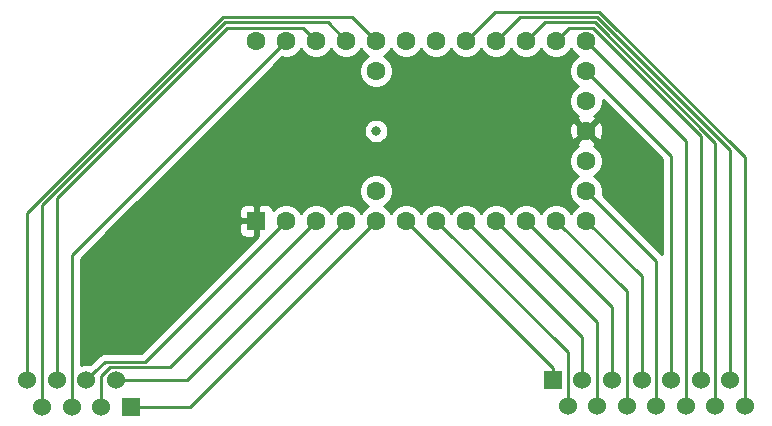
<source format=gbr>
G04 #@! TF.GenerationSoftware,KiCad,Pcbnew,(5.1.5-0-10_14)*
G04 #@! TF.CreationDate,2020-05-11T22:22:16+08:00*
G04 #@! TF.ProjectId,HHKB Lite 2,48484b42-204c-4697-9465-20322e6b6963,rev?*
G04 #@! TF.SameCoordinates,Original*
G04 #@! TF.FileFunction,Copper,L1,Top*
G04 #@! TF.FilePolarity,Positive*
%FSLAX46Y46*%
G04 Gerber Fmt 4.6, Leading zero omitted, Abs format (unit mm)*
G04 Created by KiCad (PCBNEW (5.1.5-0-10_14)) date 2020-05-11 22:22:16*
%MOMM*%
%LPD*%
G04 APERTURE LIST*
%ADD10C,1.524000*%
%ADD11R,1.524000X1.524000*%
%ADD12C,1.600000*%
%ADD13R,1.600000X1.600000*%
%ADD14C,0.800000*%
%ADD15C,0.250000*%
%ADD16C,0.254000*%
G04 APERTURE END LIST*
D10*
X125412000Y-73188000D03*
X126662000Y-75438000D03*
X127912000Y-73188000D03*
X129162000Y-75438000D03*
X130412000Y-73188000D03*
X131662000Y-75438000D03*
X132912000Y-73188000D03*
D11*
X134162000Y-75438000D03*
D10*
X186160000Y-75402000D03*
X184910000Y-73152000D03*
X183660000Y-75402000D03*
X182410000Y-73152000D03*
X181160000Y-75402000D03*
X179910000Y-73152000D03*
X178660000Y-75402000D03*
X177410000Y-73152000D03*
X176160000Y-75402000D03*
X174910000Y-73152000D03*
X173660000Y-75402000D03*
X172410000Y-73152000D03*
X171160000Y-75402000D03*
D11*
X169910000Y-73152000D03*
D12*
X154940000Y-46990000D03*
X154940000Y-57150000D03*
X144780000Y-44450000D03*
X147320000Y-44450000D03*
X149860000Y-44450000D03*
X152400000Y-44450000D03*
X154940000Y-44450000D03*
X157480000Y-44450000D03*
X160020000Y-44450000D03*
X162560000Y-44450000D03*
X165100000Y-44450000D03*
X167640000Y-44450000D03*
X170180000Y-44450000D03*
X172720000Y-44450000D03*
X172720000Y-46990000D03*
X172720000Y-49530000D03*
X172720000Y-54610000D03*
X172720000Y-57150000D03*
X172720000Y-59690000D03*
X170180000Y-59690000D03*
X167640000Y-59690000D03*
X165100000Y-59690000D03*
X162560000Y-59690000D03*
X160020000Y-59690000D03*
X157480000Y-59690000D03*
X154940000Y-59690000D03*
X152400000Y-59690000D03*
X149860000Y-59690000D03*
X147320000Y-59690000D03*
D13*
X144780000Y-59690000D03*
D12*
X172720000Y-52070000D03*
D14*
X154940000Y-52070000D03*
D15*
X186160000Y-74324370D02*
X186160000Y-75402000D01*
X186160000Y-54315768D02*
X186160000Y-74324370D01*
X173819204Y-41974972D02*
X186160000Y-54315768D01*
X165035028Y-41974972D02*
X173819204Y-41974972D01*
X162560000Y-44450000D02*
X165035028Y-41974972D01*
X184910000Y-72074370D02*
X184910000Y-73152000D01*
X173632803Y-42424981D02*
X184910000Y-53702178D01*
X167125019Y-42424981D02*
X173632803Y-42424981D01*
X184910000Y-53702178D02*
X184910000Y-72074370D01*
X165100000Y-44450000D02*
X167125019Y-42424981D01*
X183660000Y-74324370D02*
X183660000Y-75402000D01*
X183660000Y-53088588D02*
X183660000Y-74324370D01*
X173446402Y-42874990D02*
X183660000Y-53088588D01*
X169215010Y-42874990D02*
X173446402Y-42874990D01*
X167640000Y-44450000D02*
X169215010Y-42874990D01*
X170979999Y-43650001D02*
X170180000Y-44450000D01*
X173260001Y-43324999D02*
X171305001Y-43324999D01*
X182410000Y-52474998D02*
X173260001Y-43324999D01*
X171305001Y-43324999D02*
X170979999Y-43650001D01*
X182410000Y-73152000D02*
X182410000Y-52474998D01*
X181160000Y-52890000D02*
X181160000Y-75402000D01*
X172720000Y-44450000D02*
X181160000Y-52890000D01*
X179910000Y-54180000D02*
X172720000Y-46990000D01*
X179910000Y-73152000D02*
X179910000Y-54180000D01*
X178660000Y-63090000D02*
X178660000Y-75402000D01*
X172720000Y-57150000D02*
X178660000Y-63090000D01*
X177410000Y-64380000D02*
X177410000Y-73152000D01*
X172720000Y-59690000D02*
X177410000Y-64380000D01*
X176160000Y-65670000D02*
X176160000Y-75402000D01*
X170180000Y-59690000D02*
X176160000Y-65670000D01*
X174910000Y-66960000D02*
X174910000Y-73152000D01*
X167640000Y-59690000D02*
X174910000Y-66960000D01*
X173660000Y-68250000D02*
X173660000Y-75402000D01*
X165100000Y-59690000D02*
X173660000Y-68250000D01*
X172410000Y-69540000D02*
X172410000Y-73152000D01*
X162560000Y-59690000D02*
X172410000Y-69540000D01*
X171160000Y-74324370D02*
X171160000Y-75402000D01*
X171160000Y-70830000D02*
X171160000Y-74324370D01*
X160020000Y-59690000D02*
X171160000Y-70830000D01*
X169910000Y-72120000D02*
X169910000Y-73152000D01*
X157480000Y-59690000D02*
X169910000Y-72120000D01*
X125412000Y-72110370D02*
X125412000Y-73188000D01*
X141976199Y-42424981D02*
X125412000Y-58989180D01*
X152914981Y-42424981D02*
X141976199Y-42424981D01*
X125412000Y-58989180D02*
X125412000Y-72110370D01*
X154940000Y-44450000D02*
X152914981Y-42424981D01*
X142162600Y-42874990D02*
X126662000Y-58375590D01*
X126662000Y-74360370D02*
X126662000Y-75438000D01*
X126662000Y-58375590D02*
X126662000Y-74360370D01*
X150824990Y-42874990D02*
X142162600Y-42874990D01*
X152400000Y-44450000D02*
X150824990Y-42874990D01*
X127912000Y-72110370D02*
X127912000Y-73188000D01*
X127912000Y-57762000D02*
X127912000Y-72110370D01*
X142349001Y-43324999D02*
X127912000Y-57762000D01*
X148734999Y-43324999D02*
X142349001Y-43324999D01*
X149860000Y-44450000D02*
X148734999Y-43324999D01*
X129162000Y-74360370D02*
X129162000Y-75438000D01*
X129162000Y-62608000D02*
X129162000Y-74360370D01*
X147320000Y-44450000D02*
X129162000Y-62608000D01*
X131173999Y-72426001D02*
X130412000Y-73188000D01*
X131949010Y-71650990D02*
X131173999Y-72426001D01*
X135359010Y-71650990D02*
X131949010Y-71650990D01*
X147320000Y-59690000D02*
X135359010Y-71650990D01*
X131662000Y-74360370D02*
X131662000Y-75438000D01*
X132390239Y-72100999D02*
X131662000Y-72829238D01*
X131662000Y-72829238D02*
X131662000Y-74360370D01*
X137449001Y-72100999D02*
X132390239Y-72100999D01*
X149860000Y-59690000D02*
X137449001Y-72100999D01*
X138902000Y-73188000D02*
X132912000Y-73188000D01*
X152400000Y-59690000D02*
X138902000Y-73188000D01*
X135174000Y-75438000D02*
X134162000Y-75438000D01*
X139192000Y-75438000D02*
X135174000Y-75438000D01*
X154940000Y-59690000D02*
X139192000Y-75438000D01*
D16*
G36*
X171605363Y-45364759D02*
G01*
X171805241Y-45564637D01*
X172037759Y-45720000D01*
X171805241Y-45875363D01*
X171605363Y-46075241D01*
X171448320Y-46310273D01*
X171340147Y-46571426D01*
X171285000Y-46848665D01*
X171285000Y-47131335D01*
X171340147Y-47408574D01*
X171448320Y-47669727D01*
X171605363Y-47904759D01*
X171805241Y-48104637D01*
X172037759Y-48260000D01*
X171805241Y-48415363D01*
X171605363Y-48615241D01*
X171448320Y-48850273D01*
X171340147Y-49111426D01*
X171285000Y-49388665D01*
X171285000Y-49671335D01*
X171340147Y-49948574D01*
X171448320Y-50209727D01*
X171605363Y-50444759D01*
X171805241Y-50644637D01*
X172039128Y-50800915D01*
X171978486Y-50833329D01*
X171906903Y-51077298D01*
X172720000Y-51890395D01*
X173533097Y-51077298D01*
X173461514Y-50833329D01*
X173397008Y-50802806D01*
X173399727Y-50801680D01*
X173634759Y-50644637D01*
X173834637Y-50444759D01*
X173991680Y-50209727D01*
X174099853Y-49948574D01*
X174155000Y-49671335D01*
X174155000Y-49499801D01*
X179150001Y-54494803D01*
X179150001Y-62505199D01*
X174118688Y-57473887D01*
X174155000Y-57291335D01*
X174155000Y-57008665D01*
X174099853Y-56731426D01*
X173991680Y-56470273D01*
X173834637Y-56235241D01*
X173634759Y-56035363D01*
X173402241Y-55880000D01*
X173634759Y-55724637D01*
X173834637Y-55524759D01*
X173991680Y-55289727D01*
X174099853Y-55028574D01*
X174155000Y-54751335D01*
X174155000Y-54468665D01*
X174099853Y-54191426D01*
X173991680Y-53930273D01*
X173834637Y-53695241D01*
X173634759Y-53495363D01*
X173400872Y-53339085D01*
X173461514Y-53306671D01*
X173533097Y-53062702D01*
X172720000Y-52249605D01*
X171906903Y-53062702D01*
X171978486Y-53306671D01*
X172042992Y-53337194D01*
X172040273Y-53338320D01*
X171805241Y-53495363D01*
X171605363Y-53695241D01*
X171448320Y-53930273D01*
X171340147Y-54191426D01*
X171285000Y-54468665D01*
X171285000Y-54751335D01*
X171340147Y-55028574D01*
X171448320Y-55289727D01*
X171605363Y-55524759D01*
X171805241Y-55724637D01*
X172037759Y-55880000D01*
X171805241Y-56035363D01*
X171605363Y-56235241D01*
X171448320Y-56470273D01*
X171340147Y-56731426D01*
X171285000Y-57008665D01*
X171285000Y-57291335D01*
X171340147Y-57568574D01*
X171448320Y-57829727D01*
X171605363Y-58064759D01*
X171805241Y-58264637D01*
X172037759Y-58420000D01*
X171805241Y-58575363D01*
X171605363Y-58775241D01*
X171450000Y-59007759D01*
X171294637Y-58775241D01*
X171094759Y-58575363D01*
X170859727Y-58418320D01*
X170598574Y-58310147D01*
X170321335Y-58255000D01*
X170038665Y-58255000D01*
X169761426Y-58310147D01*
X169500273Y-58418320D01*
X169265241Y-58575363D01*
X169065363Y-58775241D01*
X168910000Y-59007759D01*
X168754637Y-58775241D01*
X168554759Y-58575363D01*
X168319727Y-58418320D01*
X168058574Y-58310147D01*
X167781335Y-58255000D01*
X167498665Y-58255000D01*
X167221426Y-58310147D01*
X166960273Y-58418320D01*
X166725241Y-58575363D01*
X166525363Y-58775241D01*
X166370000Y-59007759D01*
X166214637Y-58775241D01*
X166014759Y-58575363D01*
X165779727Y-58418320D01*
X165518574Y-58310147D01*
X165241335Y-58255000D01*
X164958665Y-58255000D01*
X164681426Y-58310147D01*
X164420273Y-58418320D01*
X164185241Y-58575363D01*
X163985363Y-58775241D01*
X163830000Y-59007759D01*
X163674637Y-58775241D01*
X163474759Y-58575363D01*
X163239727Y-58418320D01*
X162978574Y-58310147D01*
X162701335Y-58255000D01*
X162418665Y-58255000D01*
X162141426Y-58310147D01*
X161880273Y-58418320D01*
X161645241Y-58575363D01*
X161445363Y-58775241D01*
X161290000Y-59007759D01*
X161134637Y-58775241D01*
X160934759Y-58575363D01*
X160699727Y-58418320D01*
X160438574Y-58310147D01*
X160161335Y-58255000D01*
X159878665Y-58255000D01*
X159601426Y-58310147D01*
X159340273Y-58418320D01*
X159105241Y-58575363D01*
X158905363Y-58775241D01*
X158750000Y-59007759D01*
X158594637Y-58775241D01*
X158394759Y-58575363D01*
X158159727Y-58418320D01*
X157898574Y-58310147D01*
X157621335Y-58255000D01*
X157338665Y-58255000D01*
X157061426Y-58310147D01*
X156800273Y-58418320D01*
X156565241Y-58575363D01*
X156365363Y-58775241D01*
X156210000Y-59007759D01*
X156054637Y-58775241D01*
X155854759Y-58575363D01*
X155622241Y-58420000D01*
X155854759Y-58264637D01*
X156054637Y-58064759D01*
X156211680Y-57829727D01*
X156319853Y-57568574D01*
X156375000Y-57291335D01*
X156375000Y-57008665D01*
X156319853Y-56731426D01*
X156211680Y-56470273D01*
X156054637Y-56235241D01*
X155854759Y-56035363D01*
X155619727Y-55878320D01*
X155358574Y-55770147D01*
X155081335Y-55715000D01*
X154798665Y-55715000D01*
X154521426Y-55770147D01*
X154260273Y-55878320D01*
X154025241Y-56035363D01*
X153825363Y-56235241D01*
X153668320Y-56470273D01*
X153560147Y-56731426D01*
X153505000Y-57008665D01*
X153505000Y-57291335D01*
X153560147Y-57568574D01*
X153668320Y-57829727D01*
X153825363Y-58064759D01*
X154025241Y-58264637D01*
X154257759Y-58420000D01*
X154025241Y-58575363D01*
X153825363Y-58775241D01*
X153670000Y-59007759D01*
X153514637Y-58775241D01*
X153314759Y-58575363D01*
X153079727Y-58418320D01*
X152818574Y-58310147D01*
X152541335Y-58255000D01*
X152258665Y-58255000D01*
X151981426Y-58310147D01*
X151720273Y-58418320D01*
X151485241Y-58575363D01*
X151285363Y-58775241D01*
X151130000Y-59007759D01*
X150974637Y-58775241D01*
X150774759Y-58575363D01*
X150539727Y-58418320D01*
X150278574Y-58310147D01*
X150001335Y-58255000D01*
X149718665Y-58255000D01*
X149441426Y-58310147D01*
X149180273Y-58418320D01*
X148945241Y-58575363D01*
X148745363Y-58775241D01*
X148590000Y-59007759D01*
X148434637Y-58775241D01*
X148234759Y-58575363D01*
X147999727Y-58418320D01*
X147738574Y-58310147D01*
X147461335Y-58255000D01*
X147178665Y-58255000D01*
X146901426Y-58310147D01*
X146640273Y-58418320D01*
X146405241Y-58575363D01*
X146206643Y-58773961D01*
X146205812Y-58765518D01*
X146169502Y-58645820D01*
X146110537Y-58535506D01*
X146031185Y-58438815D01*
X145934494Y-58359463D01*
X145824180Y-58300498D01*
X145704482Y-58264188D01*
X145580000Y-58251928D01*
X145065750Y-58255000D01*
X144907000Y-58413750D01*
X144907000Y-59563000D01*
X144927000Y-59563000D01*
X144927000Y-59817000D01*
X144907000Y-59817000D01*
X144907000Y-60966250D01*
X144937974Y-60997224D01*
X135044209Y-70890990D01*
X131986332Y-70890990D01*
X131949009Y-70887314D01*
X131911686Y-70890990D01*
X131911677Y-70890990D01*
X131800024Y-70901987D01*
X131656763Y-70945444D01*
X131524733Y-71016016D01*
X131441093Y-71084658D01*
X131409009Y-71110989D01*
X131385211Y-71139988D01*
X130703571Y-71821628D01*
X130549592Y-71791000D01*
X130274408Y-71791000D01*
X130004510Y-71844686D01*
X129922000Y-71878863D01*
X129922000Y-62922801D01*
X132354801Y-60490000D01*
X143341928Y-60490000D01*
X143354188Y-60614482D01*
X143390498Y-60734180D01*
X143449463Y-60844494D01*
X143528815Y-60941185D01*
X143625506Y-61020537D01*
X143735820Y-61079502D01*
X143855518Y-61115812D01*
X143980000Y-61128072D01*
X144494250Y-61125000D01*
X144653000Y-60966250D01*
X144653000Y-59817000D01*
X143503750Y-59817000D01*
X143345000Y-59975750D01*
X143341928Y-60490000D01*
X132354801Y-60490000D01*
X133954801Y-58890000D01*
X143341928Y-58890000D01*
X143345000Y-59404250D01*
X143503750Y-59563000D01*
X144653000Y-59563000D01*
X144653000Y-58413750D01*
X144494250Y-58255000D01*
X143980000Y-58251928D01*
X143855518Y-58264188D01*
X143735820Y-58300498D01*
X143625506Y-58359463D01*
X143528815Y-58438815D01*
X143449463Y-58535506D01*
X143390498Y-58645820D01*
X143354188Y-58765518D01*
X143341928Y-58890000D01*
X133954801Y-58890000D01*
X140876740Y-51968061D01*
X153905000Y-51968061D01*
X153905000Y-52171939D01*
X153944774Y-52371898D01*
X154022795Y-52560256D01*
X154136063Y-52729774D01*
X154280226Y-52873937D01*
X154449744Y-52987205D01*
X154638102Y-53065226D01*
X154838061Y-53105000D01*
X155041939Y-53105000D01*
X155241898Y-53065226D01*
X155430256Y-52987205D01*
X155599774Y-52873937D01*
X155743937Y-52729774D01*
X155857205Y-52560256D01*
X155935226Y-52371898D01*
X155975000Y-52171939D01*
X155975000Y-52140512D01*
X171279783Y-52140512D01*
X171321213Y-52420130D01*
X171416397Y-52686292D01*
X171483329Y-52811514D01*
X171727298Y-52883097D01*
X172540395Y-52070000D01*
X172899605Y-52070000D01*
X173712702Y-52883097D01*
X173956671Y-52811514D01*
X174077571Y-52556004D01*
X174146300Y-52281816D01*
X174160217Y-51999488D01*
X174118787Y-51719870D01*
X174023603Y-51453708D01*
X173956671Y-51328486D01*
X173712702Y-51256903D01*
X172899605Y-52070000D01*
X172540395Y-52070000D01*
X171727298Y-51256903D01*
X171483329Y-51328486D01*
X171362429Y-51583996D01*
X171293700Y-51858184D01*
X171279783Y-52140512D01*
X155975000Y-52140512D01*
X155975000Y-51968061D01*
X155935226Y-51768102D01*
X155857205Y-51579744D01*
X155743937Y-51410226D01*
X155599774Y-51266063D01*
X155430256Y-51152795D01*
X155241898Y-51074774D01*
X155041939Y-51035000D01*
X154838061Y-51035000D01*
X154638102Y-51074774D01*
X154449744Y-51152795D01*
X154280226Y-51266063D01*
X154136063Y-51410226D01*
X154022795Y-51579744D01*
X153944774Y-51768102D01*
X153905000Y-51968061D01*
X140876740Y-51968061D01*
X146996114Y-45848688D01*
X147178665Y-45885000D01*
X147461335Y-45885000D01*
X147738574Y-45829853D01*
X147999727Y-45721680D01*
X148234759Y-45564637D01*
X148434637Y-45364759D01*
X148590000Y-45132241D01*
X148745363Y-45364759D01*
X148945241Y-45564637D01*
X149180273Y-45721680D01*
X149441426Y-45829853D01*
X149718665Y-45885000D01*
X150001335Y-45885000D01*
X150278574Y-45829853D01*
X150539727Y-45721680D01*
X150774759Y-45564637D01*
X150974637Y-45364759D01*
X151130000Y-45132241D01*
X151285363Y-45364759D01*
X151485241Y-45564637D01*
X151720273Y-45721680D01*
X151981426Y-45829853D01*
X152258665Y-45885000D01*
X152541335Y-45885000D01*
X152818574Y-45829853D01*
X153079727Y-45721680D01*
X153314759Y-45564637D01*
X153514637Y-45364759D01*
X153670000Y-45132241D01*
X153825363Y-45364759D01*
X154025241Y-45564637D01*
X154257759Y-45720000D01*
X154025241Y-45875363D01*
X153825363Y-46075241D01*
X153668320Y-46310273D01*
X153560147Y-46571426D01*
X153505000Y-46848665D01*
X153505000Y-47131335D01*
X153560147Y-47408574D01*
X153668320Y-47669727D01*
X153825363Y-47904759D01*
X154025241Y-48104637D01*
X154260273Y-48261680D01*
X154521426Y-48369853D01*
X154798665Y-48425000D01*
X155081335Y-48425000D01*
X155358574Y-48369853D01*
X155619727Y-48261680D01*
X155854759Y-48104637D01*
X156054637Y-47904759D01*
X156211680Y-47669727D01*
X156319853Y-47408574D01*
X156375000Y-47131335D01*
X156375000Y-46848665D01*
X156319853Y-46571426D01*
X156211680Y-46310273D01*
X156054637Y-46075241D01*
X155854759Y-45875363D01*
X155622241Y-45720000D01*
X155854759Y-45564637D01*
X156054637Y-45364759D01*
X156210000Y-45132241D01*
X156365363Y-45364759D01*
X156565241Y-45564637D01*
X156800273Y-45721680D01*
X157061426Y-45829853D01*
X157338665Y-45885000D01*
X157621335Y-45885000D01*
X157898574Y-45829853D01*
X158159727Y-45721680D01*
X158394759Y-45564637D01*
X158594637Y-45364759D01*
X158750000Y-45132241D01*
X158905363Y-45364759D01*
X159105241Y-45564637D01*
X159340273Y-45721680D01*
X159601426Y-45829853D01*
X159878665Y-45885000D01*
X160161335Y-45885000D01*
X160438574Y-45829853D01*
X160699727Y-45721680D01*
X160934759Y-45564637D01*
X161134637Y-45364759D01*
X161290000Y-45132241D01*
X161445363Y-45364759D01*
X161645241Y-45564637D01*
X161880273Y-45721680D01*
X162141426Y-45829853D01*
X162418665Y-45885000D01*
X162701335Y-45885000D01*
X162978574Y-45829853D01*
X163239727Y-45721680D01*
X163474759Y-45564637D01*
X163674637Y-45364759D01*
X163830000Y-45132241D01*
X163985363Y-45364759D01*
X164185241Y-45564637D01*
X164420273Y-45721680D01*
X164681426Y-45829853D01*
X164958665Y-45885000D01*
X165241335Y-45885000D01*
X165518574Y-45829853D01*
X165779727Y-45721680D01*
X166014759Y-45564637D01*
X166214637Y-45364759D01*
X166370000Y-45132241D01*
X166525363Y-45364759D01*
X166725241Y-45564637D01*
X166960273Y-45721680D01*
X167221426Y-45829853D01*
X167498665Y-45885000D01*
X167781335Y-45885000D01*
X168058574Y-45829853D01*
X168319727Y-45721680D01*
X168554759Y-45564637D01*
X168754637Y-45364759D01*
X168910000Y-45132241D01*
X169065363Y-45364759D01*
X169265241Y-45564637D01*
X169500273Y-45721680D01*
X169761426Y-45829853D01*
X170038665Y-45885000D01*
X170321335Y-45885000D01*
X170598574Y-45829853D01*
X170859727Y-45721680D01*
X171094759Y-45564637D01*
X171294637Y-45364759D01*
X171450000Y-45132241D01*
X171605363Y-45364759D01*
G37*
X171605363Y-45364759D02*
X171805241Y-45564637D01*
X172037759Y-45720000D01*
X171805241Y-45875363D01*
X171605363Y-46075241D01*
X171448320Y-46310273D01*
X171340147Y-46571426D01*
X171285000Y-46848665D01*
X171285000Y-47131335D01*
X171340147Y-47408574D01*
X171448320Y-47669727D01*
X171605363Y-47904759D01*
X171805241Y-48104637D01*
X172037759Y-48260000D01*
X171805241Y-48415363D01*
X171605363Y-48615241D01*
X171448320Y-48850273D01*
X171340147Y-49111426D01*
X171285000Y-49388665D01*
X171285000Y-49671335D01*
X171340147Y-49948574D01*
X171448320Y-50209727D01*
X171605363Y-50444759D01*
X171805241Y-50644637D01*
X172039128Y-50800915D01*
X171978486Y-50833329D01*
X171906903Y-51077298D01*
X172720000Y-51890395D01*
X173533097Y-51077298D01*
X173461514Y-50833329D01*
X173397008Y-50802806D01*
X173399727Y-50801680D01*
X173634759Y-50644637D01*
X173834637Y-50444759D01*
X173991680Y-50209727D01*
X174099853Y-49948574D01*
X174155000Y-49671335D01*
X174155000Y-49499801D01*
X179150001Y-54494803D01*
X179150001Y-62505199D01*
X174118688Y-57473887D01*
X174155000Y-57291335D01*
X174155000Y-57008665D01*
X174099853Y-56731426D01*
X173991680Y-56470273D01*
X173834637Y-56235241D01*
X173634759Y-56035363D01*
X173402241Y-55880000D01*
X173634759Y-55724637D01*
X173834637Y-55524759D01*
X173991680Y-55289727D01*
X174099853Y-55028574D01*
X174155000Y-54751335D01*
X174155000Y-54468665D01*
X174099853Y-54191426D01*
X173991680Y-53930273D01*
X173834637Y-53695241D01*
X173634759Y-53495363D01*
X173400872Y-53339085D01*
X173461514Y-53306671D01*
X173533097Y-53062702D01*
X172720000Y-52249605D01*
X171906903Y-53062702D01*
X171978486Y-53306671D01*
X172042992Y-53337194D01*
X172040273Y-53338320D01*
X171805241Y-53495363D01*
X171605363Y-53695241D01*
X171448320Y-53930273D01*
X171340147Y-54191426D01*
X171285000Y-54468665D01*
X171285000Y-54751335D01*
X171340147Y-55028574D01*
X171448320Y-55289727D01*
X171605363Y-55524759D01*
X171805241Y-55724637D01*
X172037759Y-55880000D01*
X171805241Y-56035363D01*
X171605363Y-56235241D01*
X171448320Y-56470273D01*
X171340147Y-56731426D01*
X171285000Y-57008665D01*
X171285000Y-57291335D01*
X171340147Y-57568574D01*
X171448320Y-57829727D01*
X171605363Y-58064759D01*
X171805241Y-58264637D01*
X172037759Y-58420000D01*
X171805241Y-58575363D01*
X171605363Y-58775241D01*
X171450000Y-59007759D01*
X171294637Y-58775241D01*
X171094759Y-58575363D01*
X170859727Y-58418320D01*
X170598574Y-58310147D01*
X170321335Y-58255000D01*
X170038665Y-58255000D01*
X169761426Y-58310147D01*
X169500273Y-58418320D01*
X169265241Y-58575363D01*
X169065363Y-58775241D01*
X168910000Y-59007759D01*
X168754637Y-58775241D01*
X168554759Y-58575363D01*
X168319727Y-58418320D01*
X168058574Y-58310147D01*
X167781335Y-58255000D01*
X167498665Y-58255000D01*
X167221426Y-58310147D01*
X166960273Y-58418320D01*
X166725241Y-58575363D01*
X166525363Y-58775241D01*
X166370000Y-59007759D01*
X166214637Y-58775241D01*
X166014759Y-58575363D01*
X165779727Y-58418320D01*
X165518574Y-58310147D01*
X165241335Y-58255000D01*
X164958665Y-58255000D01*
X164681426Y-58310147D01*
X164420273Y-58418320D01*
X164185241Y-58575363D01*
X163985363Y-58775241D01*
X163830000Y-59007759D01*
X163674637Y-58775241D01*
X163474759Y-58575363D01*
X163239727Y-58418320D01*
X162978574Y-58310147D01*
X162701335Y-58255000D01*
X162418665Y-58255000D01*
X162141426Y-58310147D01*
X161880273Y-58418320D01*
X161645241Y-58575363D01*
X161445363Y-58775241D01*
X161290000Y-59007759D01*
X161134637Y-58775241D01*
X160934759Y-58575363D01*
X160699727Y-58418320D01*
X160438574Y-58310147D01*
X160161335Y-58255000D01*
X159878665Y-58255000D01*
X159601426Y-58310147D01*
X159340273Y-58418320D01*
X159105241Y-58575363D01*
X158905363Y-58775241D01*
X158750000Y-59007759D01*
X158594637Y-58775241D01*
X158394759Y-58575363D01*
X158159727Y-58418320D01*
X157898574Y-58310147D01*
X157621335Y-58255000D01*
X157338665Y-58255000D01*
X157061426Y-58310147D01*
X156800273Y-58418320D01*
X156565241Y-58575363D01*
X156365363Y-58775241D01*
X156210000Y-59007759D01*
X156054637Y-58775241D01*
X155854759Y-58575363D01*
X155622241Y-58420000D01*
X155854759Y-58264637D01*
X156054637Y-58064759D01*
X156211680Y-57829727D01*
X156319853Y-57568574D01*
X156375000Y-57291335D01*
X156375000Y-57008665D01*
X156319853Y-56731426D01*
X156211680Y-56470273D01*
X156054637Y-56235241D01*
X155854759Y-56035363D01*
X155619727Y-55878320D01*
X155358574Y-55770147D01*
X155081335Y-55715000D01*
X154798665Y-55715000D01*
X154521426Y-55770147D01*
X154260273Y-55878320D01*
X154025241Y-56035363D01*
X153825363Y-56235241D01*
X153668320Y-56470273D01*
X153560147Y-56731426D01*
X153505000Y-57008665D01*
X153505000Y-57291335D01*
X153560147Y-57568574D01*
X153668320Y-57829727D01*
X153825363Y-58064759D01*
X154025241Y-58264637D01*
X154257759Y-58420000D01*
X154025241Y-58575363D01*
X153825363Y-58775241D01*
X153670000Y-59007759D01*
X153514637Y-58775241D01*
X153314759Y-58575363D01*
X153079727Y-58418320D01*
X152818574Y-58310147D01*
X152541335Y-58255000D01*
X152258665Y-58255000D01*
X151981426Y-58310147D01*
X151720273Y-58418320D01*
X151485241Y-58575363D01*
X151285363Y-58775241D01*
X151130000Y-59007759D01*
X150974637Y-58775241D01*
X150774759Y-58575363D01*
X150539727Y-58418320D01*
X150278574Y-58310147D01*
X150001335Y-58255000D01*
X149718665Y-58255000D01*
X149441426Y-58310147D01*
X149180273Y-58418320D01*
X148945241Y-58575363D01*
X148745363Y-58775241D01*
X148590000Y-59007759D01*
X148434637Y-58775241D01*
X148234759Y-58575363D01*
X147999727Y-58418320D01*
X147738574Y-58310147D01*
X147461335Y-58255000D01*
X147178665Y-58255000D01*
X146901426Y-58310147D01*
X146640273Y-58418320D01*
X146405241Y-58575363D01*
X146206643Y-58773961D01*
X146205812Y-58765518D01*
X146169502Y-58645820D01*
X146110537Y-58535506D01*
X146031185Y-58438815D01*
X145934494Y-58359463D01*
X145824180Y-58300498D01*
X145704482Y-58264188D01*
X145580000Y-58251928D01*
X145065750Y-58255000D01*
X144907000Y-58413750D01*
X144907000Y-59563000D01*
X144927000Y-59563000D01*
X144927000Y-59817000D01*
X144907000Y-59817000D01*
X144907000Y-60966250D01*
X144937974Y-60997224D01*
X135044209Y-70890990D01*
X131986332Y-70890990D01*
X131949009Y-70887314D01*
X131911686Y-70890990D01*
X131911677Y-70890990D01*
X131800024Y-70901987D01*
X131656763Y-70945444D01*
X131524733Y-71016016D01*
X131441093Y-71084658D01*
X131409009Y-71110989D01*
X131385211Y-71139988D01*
X130703571Y-71821628D01*
X130549592Y-71791000D01*
X130274408Y-71791000D01*
X130004510Y-71844686D01*
X129922000Y-71878863D01*
X129922000Y-62922801D01*
X132354801Y-60490000D01*
X143341928Y-60490000D01*
X143354188Y-60614482D01*
X143390498Y-60734180D01*
X143449463Y-60844494D01*
X143528815Y-60941185D01*
X143625506Y-61020537D01*
X143735820Y-61079502D01*
X143855518Y-61115812D01*
X143980000Y-61128072D01*
X144494250Y-61125000D01*
X144653000Y-60966250D01*
X144653000Y-59817000D01*
X143503750Y-59817000D01*
X143345000Y-59975750D01*
X143341928Y-60490000D01*
X132354801Y-60490000D01*
X133954801Y-58890000D01*
X143341928Y-58890000D01*
X143345000Y-59404250D01*
X143503750Y-59563000D01*
X144653000Y-59563000D01*
X144653000Y-58413750D01*
X144494250Y-58255000D01*
X143980000Y-58251928D01*
X143855518Y-58264188D01*
X143735820Y-58300498D01*
X143625506Y-58359463D01*
X143528815Y-58438815D01*
X143449463Y-58535506D01*
X143390498Y-58645820D01*
X143354188Y-58765518D01*
X143341928Y-58890000D01*
X133954801Y-58890000D01*
X140876740Y-51968061D01*
X153905000Y-51968061D01*
X153905000Y-52171939D01*
X153944774Y-52371898D01*
X154022795Y-52560256D01*
X154136063Y-52729774D01*
X154280226Y-52873937D01*
X154449744Y-52987205D01*
X154638102Y-53065226D01*
X154838061Y-53105000D01*
X155041939Y-53105000D01*
X155241898Y-53065226D01*
X155430256Y-52987205D01*
X155599774Y-52873937D01*
X155743937Y-52729774D01*
X155857205Y-52560256D01*
X155935226Y-52371898D01*
X155975000Y-52171939D01*
X155975000Y-52140512D01*
X171279783Y-52140512D01*
X171321213Y-52420130D01*
X171416397Y-52686292D01*
X171483329Y-52811514D01*
X171727298Y-52883097D01*
X172540395Y-52070000D01*
X172899605Y-52070000D01*
X173712702Y-52883097D01*
X173956671Y-52811514D01*
X174077571Y-52556004D01*
X174146300Y-52281816D01*
X174160217Y-51999488D01*
X174118787Y-51719870D01*
X174023603Y-51453708D01*
X173956671Y-51328486D01*
X173712702Y-51256903D01*
X172899605Y-52070000D01*
X172540395Y-52070000D01*
X171727298Y-51256903D01*
X171483329Y-51328486D01*
X171362429Y-51583996D01*
X171293700Y-51858184D01*
X171279783Y-52140512D01*
X155975000Y-52140512D01*
X155975000Y-51968061D01*
X155935226Y-51768102D01*
X155857205Y-51579744D01*
X155743937Y-51410226D01*
X155599774Y-51266063D01*
X155430256Y-51152795D01*
X155241898Y-51074774D01*
X155041939Y-51035000D01*
X154838061Y-51035000D01*
X154638102Y-51074774D01*
X154449744Y-51152795D01*
X154280226Y-51266063D01*
X154136063Y-51410226D01*
X154022795Y-51579744D01*
X153944774Y-51768102D01*
X153905000Y-51968061D01*
X140876740Y-51968061D01*
X146996114Y-45848688D01*
X147178665Y-45885000D01*
X147461335Y-45885000D01*
X147738574Y-45829853D01*
X147999727Y-45721680D01*
X148234759Y-45564637D01*
X148434637Y-45364759D01*
X148590000Y-45132241D01*
X148745363Y-45364759D01*
X148945241Y-45564637D01*
X149180273Y-45721680D01*
X149441426Y-45829853D01*
X149718665Y-45885000D01*
X150001335Y-45885000D01*
X150278574Y-45829853D01*
X150539727Y-45721680D01*
X150774759Y-45564637D01*
X150974637Y-45364759D01*
X151130000Y-45132241D01*
X151285363Y-45364759D01*
X151485241Y-45564637D01*
X151720273Y-45721680D01*
X151981426Y-45829853D01*
X152258665Y-45885000D01*
X152541335Y-45885000D01*
X152818574Y-45829853D01*
X153079727Y-45721680D01*
X153314759Y-45564637D01*
X153514637Y-45364759D01*
X153670000Y-45132241D01*
X153825363Y-45364759D01*
X154025241Y-45564637D01*
X154257759Y-45720000D01*
X154025241Y-45875363D01*
X153825363Y-46075241D01*
X153668320Y-46310273D01*
X153560147Y-46571426D01*
X153505000Y-46848665D01*
X153505000Y-47131335D01*
X153560147Y-47408574D01*
X153668320Y-47669727D01*
X153825363Y-47904759D01*
X154025241Y-48104637D01*
X154260273Y-48261680D01*
X154521426Y-48369853D01*
X154798665Y-48425000D01*
X155081335Y-48425000D01*
X155358574Y-48369853D01*
X155619727Y-48261680D01*
X155854759Y-48104637D01*
X156054637Y-47904759D01*
X156211680Y-47669727D01*
X156319853Y-47408574D01*
X156375000Y-47131335D01*
X156375000Y-46848665D01*
X156319853Y-46571426D01*
X156211680Y-46310273D01*
X156054637Y-46075241D01*
X155854759Y-45875363D01*
X155622241Y-45720000D01*
X155854759Y-45564637D01*
X156054637Y-45364759D01*
X156210000Y-45132241D01*
X156365363Y-45364759D01*
X156565241Y-45564637D01*
X156800273Y-45721680D01*
X157061426Y-45829853D01*
X157338665Y-45885000D01*
X157621335Y-45885000D01*
X157898574Y-45829853D01*
X158159727Y-45721680D01*
X158394759Y-45564637D01*
X158594637Y-45364759D01*
X158750000Y-45132241D01*
X158905363Y-45364759D01*
X159105241Y-45564637D01*
X159340273Y-45721680D01*
X159601426Y-45829853D01*
X159878665Y-45885000D01*
X160161335Y-45885000D01*
X160438574Y-45829853D01*
X160699727Y-45721680D01*
X160934759Y-45564637D01*
X161134637Y-45364759D01*
X161290000Y-45132241D01*
X161445363Y-45364759D01*
X161645241Y-45564637D01*
X161880273Y-45721680D01*
X162141426Y-45829853D01*
X162418665Y-45885000D01*
X162701335Y-45885000D01*
X162978574Y-45829853D01*
X163239727Y-45721680D01*
X163474759Y-45564637D01*
X163674637Y-45364759D01*
X163830000Y-45132241D01*
X163985363Y-45364759D01*
X164185241Y-45564637D01*
X164420273Y-45721680D01*
X164681426Y-45829853D01*
X164958665Y-45885000D01*
X165241335Y-45885000D01*
X165518574Y-45829853D01*
X165779727Y-45721680D01*
X166014759Y-45564637D01*
X166214637Y-45364759D01*
X166370000Y-45132241D01*
X166525363Y-45364759D01*
X166725241Y-45564637D01*
X166960273Y-45721680D01*
X167221426Y-45829853D01*
X167498665Y-45885000D01*
X167781335Y-45885000D01*
X168058574Y-45829853D01*
X168319727Y-45721680D01*
X168554759Y-45564637D01*
X168754637Y-45364759D01*
X168910000Y-45132241D01*
X169065363Y-45364759D01*
X169265241Y-45564637D01*
X169500273Y-45721680D01*
X169761426Y-45829853D01*
X170038665Y-45885000D01*
X170321335Y-45885000D01*
X170598574Y-45829853D01*
X170859727Y-45721680D01*
X171094759Y-45564637D01*
X171294637Y-45364759D01*
X171450000Y-45132241D01*
X171605363Y-45364759D01*
M02*

</source>
